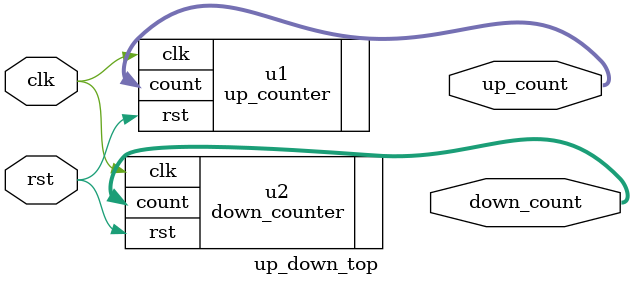
<source format=v>
module up_down_top (
    input clk,
    input rst,
    output [3:0] up_count,
    output [3:0] down_count
);

    up_counter u1 (
        .clk(clk),
        .rst(rst),
        .count(up_count)
    );

    down_counter u2 (
        .clk(clk),
        .rst(rst),
        .count(down_count)
    );

endmodule

</source>
